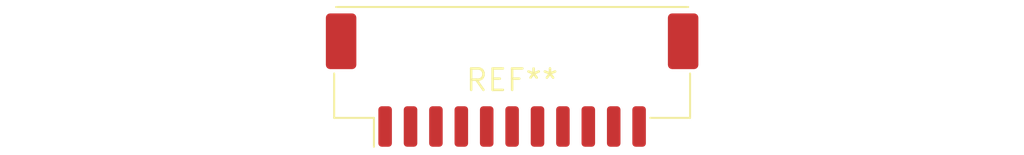
<source format=kicad_pcb>
(kicad_pcb (version 20240108) (generator pcbnew)
  (layers (0 "F.Cu" signal) (31 "B.Cu" signal) (34 "B.Paste" user) (35 "F.Paste" user) (36 "B.SilkS" user "B.Silkscreen") (37 "F.SilkS" user "F.Silkscreen") (38 "B.Mask" user) (39 "F.Mask" user) (44 "Edge.Cuts" user))
  (net 0 "")
  (footprint "Molex_CLIK-Mate_505405-1170_1x11-1MP_P1.50mm_Vertical" (layer "F.Cu") (at 0 0)
    (property "Reference" "REF**")
    (property "Value" "Molex_CLIK-Mate_505405-1170_1x11-1MP_P1.50mm_Vertical")
    (fp_line (start -10.51 -0.39) (end -10.51 2.24) (layer "F.SilkS") (stroke (width 0.12)))
    (fp_line (start -10.51 2.24) (end -8.16 2.24) (layer "F.SilkS") (stroke (width 0.12)))
    (fp_line (start -10.4 -4.33) (end 10.4 -4.33) (layer "F.SilkS") (stroke (width 0.12)))
    (fp_line (start -8.16 2.24) (end -8.16 3.95) (layer "F.SilkS") (stroke (width 0.12)))
    (fp_line (start 10.51 -0.39) (end 10.51 2.24) (layer "F.SilkS") (stroke (width 0.12)))
    (fp_line (start 10.51 2.24) (end 8.16 2.24) (layer "F.SilkS") (stroke (width 0.12)))
    (pad "1" smd roundrect (at -7.5 2.75) (size 0.8 2.4) (layers "F.Cu" "F.Paste" "F.Mask"))
    (pad "2" smd roundrect (at -6 2.75) (size 0.8 2.4) (layers "F.Cu" "F.Paste" "F.Mask"))
    (pad "3" smd roundrect (at -4.5 2.75) (size 0.8 2.4) (layers "F.Cu" "F.Paste" "F.Mask"))
    (pad "4" smd roundrect (at -3 2.75) (size 0.8 2.4) (layers "F.Cu" "F.Paste" "F.Mask"))
    (pad "5" smd roundrect (at -1.5 2.75) (size 0.8 2.4) (layers "F.Cu" "F.Paste" "F.Mask"))
    (pad "6" smd roundrect (at 0 2.75) (size 0.8 2.4) (layers "F.Cu" "F.Paste" "F.Mask"))
    (pad "7" smd roundrect (at 1.5 2.75) (size 0.8 2.4) (layers "F.Cu" "F.Paste" "F.Mask"))
    (pad "8" smd roundrect (at 3 2.75) (size 0.8 2.4) (layers "F.Cu" "F.Paste" "F.Mask"))
    (pad "9" smd roundrect (at 4.5 2.75) (size 0.8 2.4) (layers "F.Cu" "F.Paste" "F.Mask"))
    (pad "10" smd roundrect (at 6 2.75) (size 0.8 2.4) (layers "F.Cu" "F.Paste" "F.Mask"))
    (pad "11" smd roundrect (at 7.5 2.75) (size 0.8 2.4) (layers "F.Cu" "F.Paste" "F.Mask"))
    (pad "MP" smd roundrect (at -10.1 -2.3) (size 1.8 3.3) (layers "F.Cu" "F.Paste" "F.Mask") (roundrect_rratio 0.138889))
    (pad "MP" smd roundrect (at 10.1 -2.3) (size 1.8 3.3) (layers "F.Cu" "F.Paste" "F.Mask") (roundrect_rratio 0.138889))
  )
)
</source>
